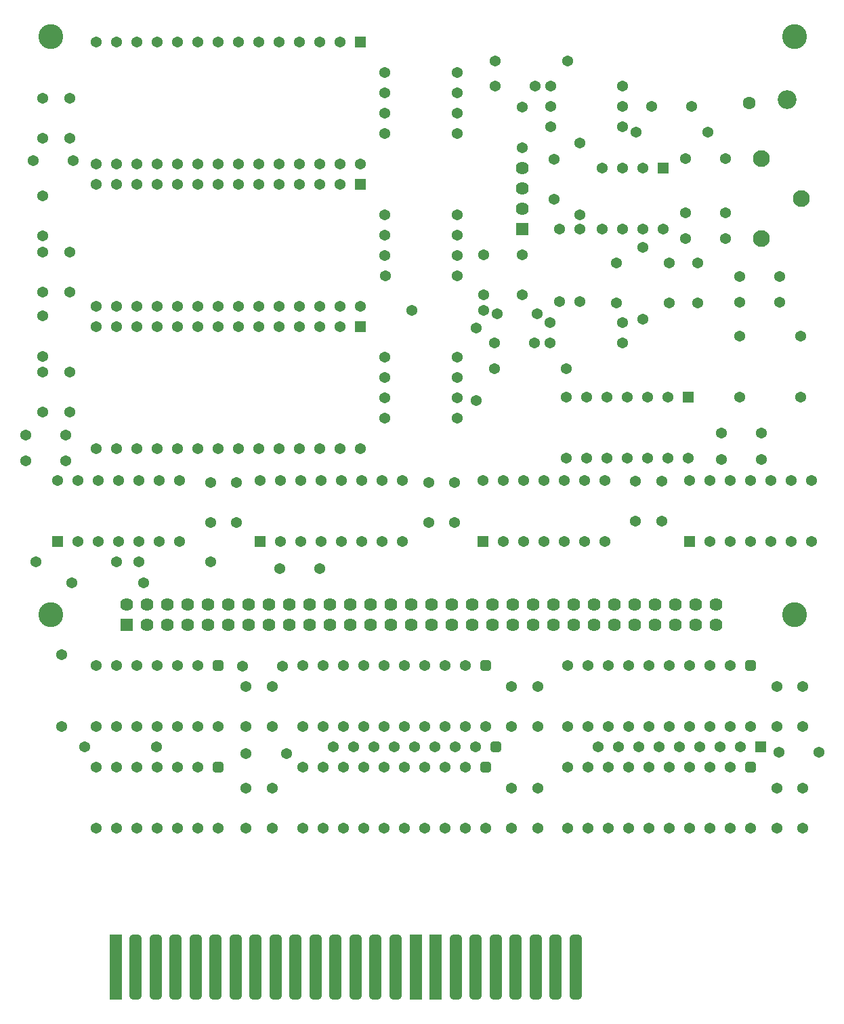
<source format=gts>
G04*
G04 #@! TF.GenerationSoftware,Altium Limited,Altium Designer,19.1.8 (144)*
G04*
G04 Layer_Color=8388736*
%FSLAX24Y24*%
%MOIN*%
G70*
G01*
G75*
%ADD12R,0.0591X0.3189*%
G04:AMPARAMS|DCode=13|XSize=59.1mil|YSize=318.9mil|CornerRadius=15.7mil|HoleSize=0mil|Usage=FLASHONLY|Rotation=0.000|XOffset=0mil|YOffset=0mil|HoleType=Round|Shape=RoundedRectangle|*
%AMROUNDEDRECTD13*
21,1,0.0591,0.2874,0,0,0.0*
21,1,0.0276,0.3189,0,0,0.0*
1,1,0.0315,0.0138,-0.1437*
1,1,0.0315,-0.0138,-0.1437*
1,1,0.0315,-0.0138,0.1437*
1,1,0.0315,0.0138,0.1437*
%
%ADD13ROUNDEDRECTD13*%
%ADD14C,0.0539*%
%ADD15C,0.0039*%
%ADD16C,0.0827*%
%ADD17C,0.0630*%
%ADD18C,0.0925*%
%ADD19C,0.0639*%
%ADD20R,0.0639X0.0639*%
%ADD21C,0.1220*%
%ADD22R,0.0639X0.0639*%
%ADD23R,0.0539X0.0539*%
G04:AMPARAMS|DCode=24|XSize=53.9mil|YSize=53.9mil|CornerRadius=14.5mil|HoleSize=0mil|Usage=FLASHONLY|Rotation=270.000|XOffset=0mil|YOffset=0mil|HoleType=Round|Shape=RoundedRectangle|*
%AMROUNDEDRECTD24*
21,1,0.0539,0.0250,0,0,270.0*
21,1,0.0250,0.0539,0,0,270.0*
1,1,0.0289,-0.0125,-0.0125*
1,1,0.0289,-0.0125,0.0125*
1,1,0.0289,0.0125,0.0125*
1,1,0.0289,0.0125,-0.0125*
%
%ADD24ROUNDEDRECTD24*%
D12*
X-15118Y1673D02*
D03*
X630D02*
D03*
X-354D02*
D03*
D13*
X7520D02*
D03*
X6535D02*
D03*
X5551D02*
D03*
X4567D02*
D03*
X3583D02*
D03*
X2598D02*
D03*
X1614D02*
D03*
X-1339D02*
D03*
X-2323D02*
D03*
X-3307D02*
D03*
X-4291D02*
D03*
X-5276D02*
D03*
X-6260D02*
D03*
X-7244D02*
D03*
X-8228D02*
D03*
X-9213D02*
D03*
X-10197D02*
D03*
X-11181D02*
D03*
X-12165D02*
D03*
X-13150D02*
D03*
X-14134D02*
D03*
D14*
X18587Y32691D02*
D03*
Y29691D02*
D03*
X15587Y32691D02*
D03*
X15587Y29691D02*
D03*
X-6722Y12185D02*
D03*
X-8691D02*
D03*
X285Y23533D02*
D03*
Y25502D02*
D03*
X1565Y23533D02*
D03*
Y25502D02*
D03*
X13543Y34331D02*
D03*
Y36299D02*
D03*
X6467Y41417D02*
D03*
Y39449D02*
D03*
X3002Y34726D02*
D03*
Y36694D02*
D03*
X4892Y41988D02*
D03*
Y43957D02*
D03*
X19488Y12244D02*
D03*
X17520D02*
D03*
X-17785Y17047D02*
D03*
Y13504D02*
D03*
X-15089Y21594D02*
D03*
X-19026D02*
D03*
X15591Y35640D02*
D03*
X17559D02*
D03*
X15591Y34360D02*
D03*
X17559D02*
D03*
X-19163Y41339D02*
D03*
X-17195D02*
D03*
X-18701Y42451D02*
D03*
Y44419D02*
D03*
X-17372Y42451D02*
D03*
Y44419D02*
D03*
X-18701Y37628D02*
D03*
Y39596D02*
D03*
Y34882D02*
D03*
Y36850D02*
D03*
X-17372Y34882D02*
D03*
Y36850D02*
D03*
X-18701Y31722D02*
D03*
Y33691D02*
D03*
X-17372Y28967D02*
D03*
Y30935D02*
D03*
X-18701Y28967D02*
D03*
Y30935D02*
D03*
X5532Y45000D02*
D03*
X3563D02*
D03*
X14705Y27923D02*
D03*
X16673D02*
D03*
X14705Y26634D02*
D03*
X16673D02*
D03*
X11270Y43996D02*
D03*
X13238D02*
D03*
X9537Y34331D02*
D03*
Y36299D02*
D03*
X3671Y33819D02*
D03*
X5640D02*
D03*
X5492Y32382D02*
D03*
X3524D02*
D03*
X-5069Y21283D02*
D03*
X-7037D02*
D03*
X4892Y34726D02*
D03*
Y36694D02*
D03*
X-10443Y25502D02*
D03*
Y23533D02*
D03*
X-9163Y25502D02*
D03*
Y23533D02*
D03*
X-17579Y27854D02*
D03*
X-19547D02*
D03*
X-17579Y26575D02*
D03*
X-19547D02*
D03*
X10468Y25586D02*
D03*
Y23617D02*
D03*
X11748Y25586D02*
D03*
Y23617D02*
D03*
X-8868Y16467D02*
D03*
X-6900Y16467D02*
D03*
X-7411Y13504D02*
D03*
Y15472D02*
D03*
X-8691Y13504D02*
D03*
Y15472D02*
D03*
X-7411Y8504D02*
D03*
Y10472D02*
D03*
X-8691Y8504D02*
D03*
Y10472D02*
D03*
X5650Y13504D02*
D03*
Y15472D02*
D03*
X4370Y13504D02*
D03*
Y15472D02*
D03*
X5650Y8494D02*
D03*
Y10463D02*
D03*
X4370Y8494D02*
D03*
Y10463D02*
D03*
X18691Y13504D02*
D03*
Y15472D02*
D03*
X17411Y13504D02*
D03*
Y15472D02*
D03*
X18691Y8494D02*
D03*
Y10463D02*
D03*
X17411Y8494D02*
D03*
Y10463D02*
D03*
X12136Y36299D02*
D03*
Y34331D02*
D03*
X12919Y38780D02*
D03*
X14888D02*
D03*
X14883Y37500D02*
D03*
X12915D02*
D03*
X14883Y41437D02*
D03*
X12915D02*
D03*
X-17283Y20571D02*
D03*
X-13740Y20571D02*
D03*
X10837Y33543D02*
D03*
X10837Y37087D02*
D03*
X10482Y42726D02*
D03*
X14026D02*
D03*
X15634Y12500D02*
D03*
X14634D02*
D03*
X13634D02*
D03*
X12634D02*
D03*
X11634D02*
D03*
X10634D02*
D03*
X9634D02*
D03*
X8634D02*
D03*
X2593D02*
D03*
X1593D02*
D03*
X593D02*
D03*
X-407D02*
D03*
X-1407D02*
D03*
X-2407D02*
D03*
X-3407D02*
D03*
X-4407D02*
D03*
X2618Y33091D02*
D03*
Y29547D02*
D03*
X7726Y34419D02*
D03*
Y37963D02*
D03*
X-16088Y41172D02*
D03*
X-15088Y41172D02*
D03*
X-14088D02*
D03*
X-13088Y41172D02*
D03*
X-12088Y41172D02*
D03*
X-11088Y41172D02*
D03*
X-10088Y41172D02*
D03*
X-9088D02*
D03*
X-8088Y41172D02*
D03*
X-7088Y41172D02*
D03*
X-6088Y41172D02*
D03*
X-5088Y41172D02*
D03*
X-4088Y41172D02*
D03*
X-3088Y41172D02*
D03*
X-16088Y47172D02*
D03*
X-15088Y47172D02*
D03*
X-14088Y47172D02*
D03*
X-13088Y47172D02*
D03*
X-12088Y47172D02*
D03*
X-11088D02*
D03*
X-10088Y47172D02*
D03*
X-9088Y47172D02*
D03*
X-8088Y47172D02*
D03*
X-7088Y47172D02*
D03*
X-6088D02*
D03*
X-5088D02*
D03*
X-4088Y47172D02*
D03*
X-16088Y34172D02*
D03*
X-15088Y34172D02*
D03*
X-14088D02*
D03*
X-13088Y34172D02*
D03*
X-12088Y34172D02*
D03*
X-11088Y34172D02*
D03*
X-10088Y34172D02*
D03*
X-9088Y34172D02*
D03*
X-8088Y34172D02*
D03*
X-7088D02*
D03*
X-6088Y34172D02*
D03*
X-5088Y34172D02*
D03*
X-4088Y34172D02*
D03*
X-3088Y34172D02*
D03*
X-16088Y40172D02*
D03*
X-15088D02*
D03*
X-14088Y40172D02*
D03*
X-13088Y40172D02*
D03*
X-12088Y40172D02*
D03*
X-11088Y40172D02*
D03*
X-10088Y40172D02*
D03*
X-9088D02*
D03*
X-8088D02*
D03*
X-7088Y40172D02*
D03*
X-6088Y40172D02*
D03*
X-5088D02*
D03*
X-4088Y40172D02*
D03*
X-16088Y27172D02*
D03*
X-15088Y27172D02*
D03*
X-14088D02*
D03*
X-13088Y27172D02*
D03*
X-12088Y27172D02*
D03*
X-11088Y27172D02*
D03*
X-10088Y27172D02*
D03*
X-9088D02*
D03*
X-8088Y27172D02*
D03*
X-7088Y27172D02*
D03*
X-6088Y27172D02*
D03*
X-5088Y27172D02*
D03*
X-4088D02*
D03*
X-3088D02*
D03*
X-16088Y33172D02*
D03*
X-15088D02*
D03*
X-14088D02*
D03*
X-13088Y33172D02*
D03*
X-12088Y33172D02*
D03*
X-11088Y33172D02*
D03*
X-10088D02*
D03*
X-9088Y33172D02*
D03*
X-8088Y33172D02*
D03*
X-7088Y33172D02*
D03*
X-6088Y33172D02*
D03*
X-5088D02*
D03*
X-4088Y33172D02*
D03*
X7726Y38661D02*
D03*
Y42205D02*
D03*
X6722Y34419D02*
D03*
Y37963D02*
D03*
X3002Y33967D02*
D03*
X-541D02*
D03*
X9813Y33386D02*
D03*
X6270D02*
D03*
X19136Y25591D02*
D03*
X18136D02*
D03*
X17136D02*
D03*
X16136D02*
D03*
X15136D02*
D03*
X14136D02*
D03*
X13136D02*
D03*
X19136Y22591D02*
D03*
X18136D02*
D03*
X17136D02*
D03*
X16136D02*
D03*
X15136D02*
D03*
X14136D02*
D03*
X3524Y31122D02*
D03*
X7067D02*
D03*
X9813Y32382D02*
D03*
X6270D02*
D03*
X9843Y43996D02*
D03*
X6299D02*
D03*
X3573Y46250D02*
D03*
X7116D02*
D03*
X9843Y42992D02*
D03*
X6299D02*
D03*
X9843Y45000D02*
D03*
X6299D02*
D03*
X1685Y45667D02*
D03*
X-1858D02*
D03*
X1685Y38661D02*
D03*
X-1858D02*
D03*
X1685Y31675D02*
D03*
X-1858D02*
D03*
X1685Y43671D02*
D03*
X-1858Y43671D02*
D03*
X1685Y36665D02*
D03*
X-1858D02*
D03*
X1685Y29679D02*
D03*
X-1858Y29679D02*
D03*
X1685Y44671D02*
D03*
X-1858Y44671D02*
D03*
X1685Y37665D02*
D03*
X-1858Y37665D02*
D03*
X1685Y30679D02*
D03*
X-1858D02*
D03*
X1685Y42667D02*
D03*
X-1858D02*
D03*
X1705Y35669D02*
D03*
X-1839Y35669D02*
D03*
X1685Y28681D02*
D03*
X-1858Y28681D02*
D03*
X-16634Y12520D02*
D03*
X-13091D02*
D03*
X-10423Y21594D02*
D03*
X-13967D02*
D03*
X3956Y22591D02*
D03*
X4956D02*
D03*
X5956D02*
D03*
X6956D02*
D03*
X7956D02*
D03*
X8956D02*
D03*
X2956Y25591D02*
D03*
X3956D02*
D03*
X4956D02*
D03*
X5956D02*
D03*
X6956D02*
D03*
X7956D02*
D03*
X8956D02*
D03*
X-16965Y22591D02*
D03*
X-15965D02*
D03*
X-14965D02*
D03*
X-13965D02*
D03*
X-12965D02*
D03*
X-11965D02*
D03*
X-17965Y25591D02*
D03*
X-16965D02*
D03*
X-15965D02*
D03*
X-14965D02*
D03*
X-13965D02*
D03*
X-12965D02*
D03*
X-11965D02*
D03*
X12071Y29695D02*
D03*
X11071Y29695D02*
D03*
X10071D02*
D03*
X9071Y29695D02*
D03*
X8071D02*
D03*
X7071D02*
D03*
X13071Y26695D02*
D03*
X12071D02*
D03*
X11071Y26695D02*
D03*
X10071D02*
D03*
X9071Y26695D02*
D03*
X8071Y26695D02*
D03*
X7071Y26695D02*
D03*
X10841Y40968D02*
D03*
X9841Y40968D02*
D03*
X8841D02*
D03*
X11841Y37968D02*
D03*
X10841D02*
D03*
X9841Y37968D02*
D03*
X8841D02*
D03*
X-1004Y25591D02*
D03*
X-2004D02*
D03*
X-3004D02*
D03*
X-4004D02*
D03*
X-5004D02*
D03*
X-6004D02*
D03*
X-7004D02*
D03*
X-8004D02*
D03*
X-1004Y22591D02*
D03*
X-2004D02*
D03*
X-3004D02*
D03*
X-4004D02*
D03*
X-5004D02*
D03*
X-6004D02*
D03*
X-7004D02*
D03*
X-11089Y11506D02*
D03*
X-12089D02*
D03*
X-13089D02*
D03*
X-14089D02*
D03*
X-15089D02*
D03*
X-16089D02*
D03*
X-10089Y8506D02*
D03*
X-11089D02*
D03*
X-12089D02*
D03*
X-13089D02*
D03*
X-14089D02*
D03*
X-15089D02*
D03*
X-16089D02*
D03*
X-5904Y8500D02*
D03*
X-4904D02*
D03*
X-3904D02*
D03*
X-2904D02*
D03*
X-1904D02*
D03*
X-904D02*
D03*
X96D02*
D03*
X1096D02*
D03*
X2096D02*
D03*
X3096D02*
D03*
X-5904Y11500D02*
D03*
X-4904D02*
D03*
X-3904D02*
D03*
X-2904D02*
D03*
X-1904D02*
D03*
X-904D02*
D03*
X96D02*
D03*
X1096D02*
D03*
X2096D02*
D03*
X7140Y8500D02*
D03*
X8140D02*
D03*
X9140D02*
D03*
X10140D02*
D03*
X11140D02*
D03*
X12140D02*
D03*
X13140D02*
D03*
X14140D02*
D03*
X15140D02*
D03*
X16140D02*
D03*
X7140Y11500D02*
D03*
X8140D02*
D03*
X9140D02*
D03*
X10140D02*
D03*
X11140D02*
D03*
X12140D02*
D03*
X13140D02*
D03*
X14140D02*
D03*
X15140D02*
D03*
X-5909Y13496D02*
D03*
X-4909D02*
D03*
X-3909D02*
D03*
X-2909D02*
D03*
X-1909D02*
D03*
X-909D02*
D03*
X91D02*
D03*
X1091D02*
D03*
X2091D02*
D03*
X3091D02*
D03*
X-5909Y16496D02*
D03*
X-4909D02*
D03*
X-3909D02*
D03*
X-2909D02*
D03*
X-1909D02*
D03*
X-909D02*
D03*
X91D02*
D03*
X1091D02*
D03*
X2091D02*
D03*
X7140Y13500D02*
D03*
X8140D02*
D03*
X9140D02*
D03*
X10140D02*
D03*
X11140D02*
D03*
X12140D02*
D03*
X13140D02*
D03*
X14140D02*
D03*
X15140D02*
D03*
X16140D02*
D03*
X7140Y16500D02*
D03*
X8140D02*
D03*
X9140D02*
D03*
X10140D02*
D03*
X11140D02*
D03*
X12140D02*
D03*
X13140D02*
D03*
X14140D02*
D03*
X15140D02*
D03*
X-11089D02*
D03*
X-12089Y16500D02*
D03*
X-13089D02*
D03*
X-14089Y16500D02*
D03*
X-15089D02*
D03*
X-16089D02*
D03*
X-10089Y13500D02*
D03*
X-11089D02*
D03*
X-12089Y13500D02*
D03*
X-13089D02*
D03*
X-14089Y13500D02*
D03*
X-15089Y13500D02*
D03*
X-16089Y13500D02*
D03*
D15*
X16663Y39469D02*
D03*
X19616Y41437D02*
D03*
Y37500D02*
D03*
X18632Y41437D02*
D03*
Y37500D02*
D03*
D16*
X16663Y41437D02*
D03*
Y37500D02*
D03*
X18632Y39469D02*
D03*
D17*
X16063Y44183D02*
D03*
D18*
X17933Y44331D02*
D03*
D19*
X14421Y19500D02*
D03*
Y18500D02*
D03*
X13421Y19500D02*
D03*
Y18500D02*
D03*
X9421Y19500D02*
D03*
Y18500D02*
D03*
X8421Y19500D02*
D03*
Y18500D02*
D03*
X7421Y19500D02*
D03*
Y18500D02*
D03*
X4421D02*
D03*
Y19500D02*
D03*
X3421D02*
D03*
Y18500D02*
D03*
X1421Y19500D02*
D03*
Y18500D02*
D03*
X421Y19500D02*
D03*
Y18500D02*
D03*
X-579Y19500D02*
D03*
Y18500D02*
D03*
X-1579Y19500D02*
D03*
Y18500D02*
D03*
X-3579Y19500D02*
D03*
Y18500D02*
D03*
X-4579Y19500D02*
D03*
Y18500D02*
D03*
X-13579D02*
D03*
X-12579D02*
D03*
X-11579D02*
D03*
X-10579D02*
D03*
X-9579D02*
D03*
X-8579D02*
D03*
X-7579D02*
D03*
X-6579D02*
D03*
X-5579D02*
D03*
Y19500D02*
D03*
X-6579D02*
D03*
X-7579D02*
D03*
X-8579D02*
D03*
X-9579D02*
D03*
X-10579D02*
D03*
X-11579D02*
D03*
X-12579D02*
D03*
X-13579D02*
D03*
X-14579D02*
D03*
X-2579Y18500D02*
D03*
Y19500D02*
D03*
X2421Y18500D02*
D03*
Y19500D02*
D03*
X5421Y18500D02*
D03*
Y19500D02*
D03*
X6421Y18500D02*
D03*
Y19500D02*
D03*
X10421Y18500D02*
D03*
Y19500D02*
D03*
X11421D02*
D03*
Y18500D02*
D03*
X12421D02*
D03*
Y19500D02*
D03*
X4892Y40974D02*
D03*
Y39974D02*
D03*
Y38974D02*
D03*
D20*
X-14579Y18500D02*
D03*
D21*
X-18307Y19000D02*
D03*
X18307D02*
D03*
X-18307Y47441D02*
D03*
X18307D02*
D03*
D22*
X4892Y37974D02*
D03*
D23*
X16634Y12500D02*
D03*
X-3088Y47172D02*
D03*
Y40172D02*
D03*
X-3088Y33172D02*
D03*
X13136Y22591D02*
D03*
X2956D02*
D03*
X-17965D02*
D03*
X13071Y29695D02*
D03*
X11841Y40968D02*
D03*
X-8004Y22591D02*
D03*
D24*
X3593Y12500D02*
D03*
X-10089Y11506D02*
D03*
X3096Y11500D02*
D03*
X16140D02*
D03*
X3091Y16496D02*
D03*
X16140Y16500D02*
D03*
X-10089D02*
D03*
M02*

</source>
